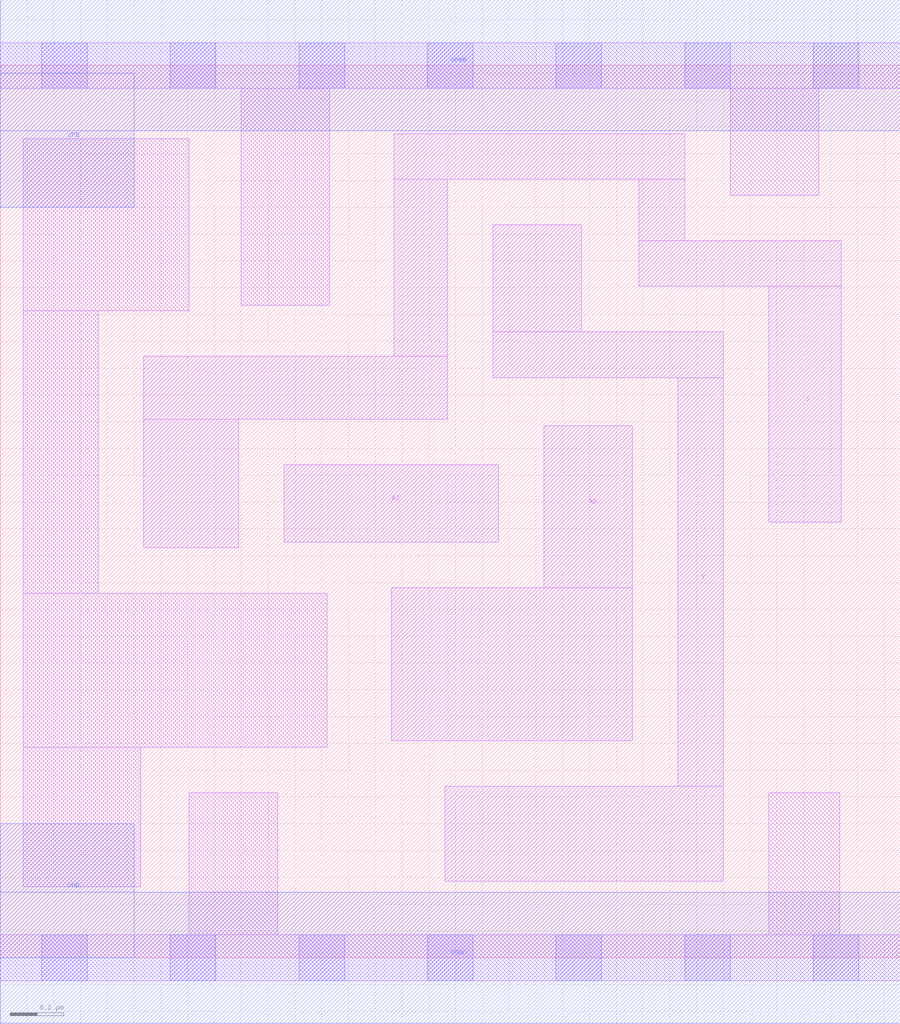
<source format=lef>
# Copyright 2020 The SkyWater PDK Authors
#
# Licensed under the Apache License, Version 2.0 (the "License");
# you may not use this file except in compliance with the License.
# You may obtain a copy of the License at
#
#     https://www.apache.org/licenses/LICENSE-2.0
#
# Unless required by applicable law or agreed to in writing, software
# distributed under the License is distributed on an "AS IS" BASIS,
# WITHOUT WARRANTIES OR CONDITIONS OF ANY KIND, either express or implied.
# See the License for the specific language governing permissions and
# limitations under the License.
#
# SPDX-License-Identifier: Apache-2.0

VERSION 5.5 ;
NAMESCASESENSITIVE ON ;
BUSBITCHARS "[]" ;
DIVIDERCHAR "/" ;
MACRO sky130_fd_sc_lp__mux2i_0
  CLASS CORE ;
  SOURCE USER ;
  ORIGIN  0.000000  0.000000 ;
  SIZE  3.360000 BY  3.330000 ;
  SYMMETRY X Y R90 ;
  SITE unit ;
  PIN A0
    ANTENNAGATEAREA  0.159000 ;
    DIRECTION INPUT ;
    USE SIGNAL ;
    PORT
      LAYER li1 ;
        RECT 1.460000 0.810000 2.360000 1.380000 ;
        RECT 2.030000 1.380000 2.360000 1.985000 ;
    END
  END A0
  PIN A1
    ANTENNAGATEAREA  0.159000 ;
    DIRECTION INPUT ;
    USE SIGNAL ;
    PORT
      LAYER li1 ;
        RECT 1.060000 1.550000 1.860000 1.840000 ;
    END
  END A1
  PIN S
    ANTENNAGATEAREA  0.318000 ;
    DIRECTION INPUT ;
    USE SIGNAL ;
    PORT
      LAYER li1 ;
        RECT 0.535000 1.530000 0.890000 2.010000 ;
        RECT 0.535000 2.010000 1.670000 2.245000 ;
        RECT 1.470000 2.245000 1.670000 2.905000 ;
        RECT 1.470000 2.905000 2.555000 3.075000 ;
        RECT 2.385000 2.505000 3.140000 2.675000 ;
        RECT 2.385000 2.675000 2.555000 2.905000 ;
        RECT 2.870000 1.625000 3.140000 2.505000 ;
    END
  END S
  PIN Y
    ANTENNADIFFAREA  0.403600 ;
    DIRECTION OUTPUT ;
    USE SIGNAL ;
    PORT
      LAYER li1 ;
        RECT 1.660000 0.285000 2.700000 0.640000 ;
        RECT 1.840000 2.165000 2.700000 2.335000 ;
        RECT 1.840000 2.335000 2.170000 2.735000 ;
        RECT 2.530000 0.640000 2.700000 2.165000 ;
    END
  END Y
  PIN VGND
    DIRECTION INOUT ;
    USE GROUND ;
    PORT
      LAYER met1 ;
        RECT 0.000000 -0.245000 3.360000 0.245000 ;
    END
  END VGND
  PIN VNB
    DIRECTION INOUT ;
    USE GROUND ;
    PORT
      LAYER met1 ;
        RECT 0.000000 0.000000 0.500000 0.500000 ;
    END
  END VNB
  PIN VPB
    DIRECTION INOUT ;
    USE POWER ;
    PORT
      LAYER met1 ;
        RECT 0.000000 2.800000 0.500000 3.300000 ;
    END
  END VPB
  PIN VPWR
    DIRECTION INOUT ;
    USE POWER ;
    PORT
      LAYER met1 ;
        RECT 0.000000 3.085000 3.360000 3.575000 ;
    END
  END VPWR
  OBS
    LAYER li1 ;
      RECT 0.000000 -0.085000 3.360000 0.085000 ;
      RECT 0.000000  3.245000 3.360000 3.415000 ;
      RECT 0.085000  0.265000 0.525000 0.785000 ;
      RECT 0.085000  0.785000 1.220000 1.360000 ;
      RECT 0.085000  1.360000 0.365000 2.415000 ;
      RECT 0.085000  2.415000 0.705000 3.055000 ;
      RECT 0.705000  0.085000 1.035000 0.615000 ;
      RECT 0.900000  2.435000 1.230000 3.245000 ;
      RECT 2.725000  2.845000 3.055000 3.245000 ;
      RECT 2.870000  0.085000 3.135000 0.615000 ;
    LAYER mcon ;
      RECT 0.155000 -0.085000 0.325000 0.085000 ;
      RECT 0.155000  3.245000 0.325000 3.415000 ;
      RECT 0.635000 -0.085000 0.805000 0.085000 ;
      RECT 0.635000  3.245000 0.805000 3.415000 ;
      RECT 1.115000 -0.085000 1.285000 0.085000 ;
      RECT 1.115000  3.245000 1.285000 3.415000 ;
      RECT 1.595000 -0.085000 1.765000 0.085000 ;
      RECT 1.595000  3.245000 1.765000 3.415000 ;
      RECT 2.075000 -0.085000 2.245000 0.085000 ;
      RECT 2.075000  3.245000 2.245000 3.415000 ;
      RECT 2.555000 -0.085000 2.725000 0.085000 ;
      RECT 2.555000  3.245000 2.725000 3.415000 ;
      RECT 3.035000 -0.085000 3.205000 0.085000 ;
      RECT 3.035000  3.245000 3.205000 3.415000 ;
  END
END sky130_fd_sc_lp__mux2i_0
END LIBRARY

</source>
